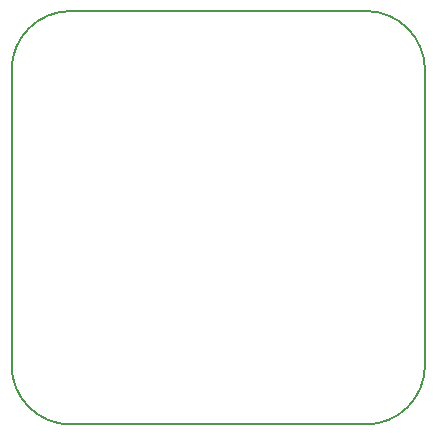
<source format=gko>
G04 Layer: BoardOutlineLayer*
G04 EasyEDA Pro v2.2.27.1, 2024-09-15 10:59:50*
G04 Gerber Generator version 0.3*
G04 Scale: 100 percent, Rotated: No, Reflected: No*
G04 Dimensions in millimeters*
G04 Leading zeros omitted, absolute positions, 3 integers and 5 decimals*
%TF.GenerationSoftware,KiCad,Pcbnew,8.0.5*%
%TF.CreationDate,2024-10-31T22:01:25+08:00*%
%TF.ProjectId,AMS1117_TP4056_Lithium_battery_charging,414d5331-3131-4375-9f54-50343035365f,rev?*%
%TF.SameCoordinates,Original*%
%TF.FileFunction,Profile,NP*%
%FSLAX46Y46*%
G04 Gerber Fmt 4.6, Leading zero omitted, Abs format (unit mm)*
G04 Created by KiCad (PCBNEW 8.0.5) date 2024-10-31 22:01:25*
%MOMM*%
%LPD*%
G01*
G04 APERTURE LIST*
%TA.AperFunction,Profile*%
%ADD10C,0.200000*%
%TD*%
G04 APERTURE END LIST*
D10*
X100000000Y-100000000D02*
X125000000Y-100000000D01*
X125000000Y-135000000D02*
X100000000Y-135000000D01*
X100000000Y-135000000D02*
G75*
G02*
X95000000Y-130000000I0J5000000D01*
G01*
X95000000Y-105000000D02*
G75*
G02*
X100000000Y-100000000I5000000J0D01*
G01*
X95000000Y-130000000D02*
X95000000Y-105000000D01*
X125000000Y-100000000D02*
G75*
G02*
X130000000Y-105000000I0J-5000000D01*
G01*
X130000000Y-130000000D02*
G75*
G02*
X125000000Y-135000000I-5000000J0D01*
G01*
X130000000Y-105000000D02*
X130000000Y-130000000D01*
M02*

</source>
